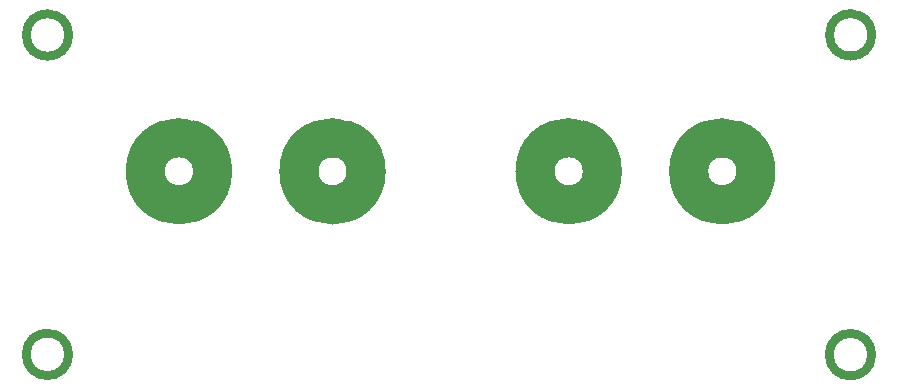
<source format=gbs>
G04 #@! TF.FileFunction,Soldermask,Bot*
%FSLAX46Y46*%
G04 Gerber Fmt 4.6, Leading zero omitted, Abs format (unit mm)*
G04 Created by KiCad (PCBNEW (2016-09-17 revision 679eef1)-makepkg) date 09/24/16 16:35:10*
%MOMM*%
%LPD*%
G01*
G04 APERTURE LIST*
%ADD10C,0.150000*%
%ADD11C,0.800000*%
%ADD12C,3.000000*%
%ADD13C,0.700000*%
%ADD14C,1.350000*%
G04 APERTURE END LIST*
D10*
D11*
X73750000Y-3980000D02*
G75*
G03X73750000Y-3980000I-1800000J0D01*
G01*
X73730000Y-31060000D02*
G75*
G03X73730000Y-31060000I-1800000J0D01*
G01*
X5740000Y-31030000D02*
G75*
G03X5740000Y-31030000I-1800000J0D01*
G01*
X5750000Y-3990000D02*
G75*
G03X5750000Y-3990000I-1800000J0D01*
G01*
D12*
X30740000Y-15530000D02*
G75*
G03X30740000Y-15530000I-2660000J0D01*
G01*
D13*
X31010000Y-13690000D02*
X31010000Y-17380000D01*
D14*
X31910000Y-15530000D02*
G75*
G03X31910000Y-15530000I-3830000J0D01*
G01*
D12*
X17740000Y-15530000D02*
G75*
G03X17740000Y-15530000I-2660000J0D01*
G01*
D13*
X18010000Y-13690000D02*
X18010000Y-17380000D01*
D14*
X18910000Y-15530000D02*
G75*
G03X18910000Y-15530000I-3830000J0D01*
G01*
D12*
X63740000Y-15530000D02*
G75*
G03X63740000Y-15530000I-2660000J0D01*
G01*
D13*
X64010000Y-13690000D02*
X64010000Y-17380000D01*
D14*
X64910000Y-15530000D02*
G75*
G03X64910000Y-15530000I-3830000J0D01*
G01*
D12*
X50740000Y-15530000D02*
G75*
G03X50740000Y-15530000I-2660000J0D01*
G01*
D13*
X51010000Y-13690000D02*
X51010000Y-17380000D01*
D14*
X51910000Y-15530000D02*
G75*
G03X51910000Y-15530000I-3830000J0D01*
G01*
M02*

</source>
